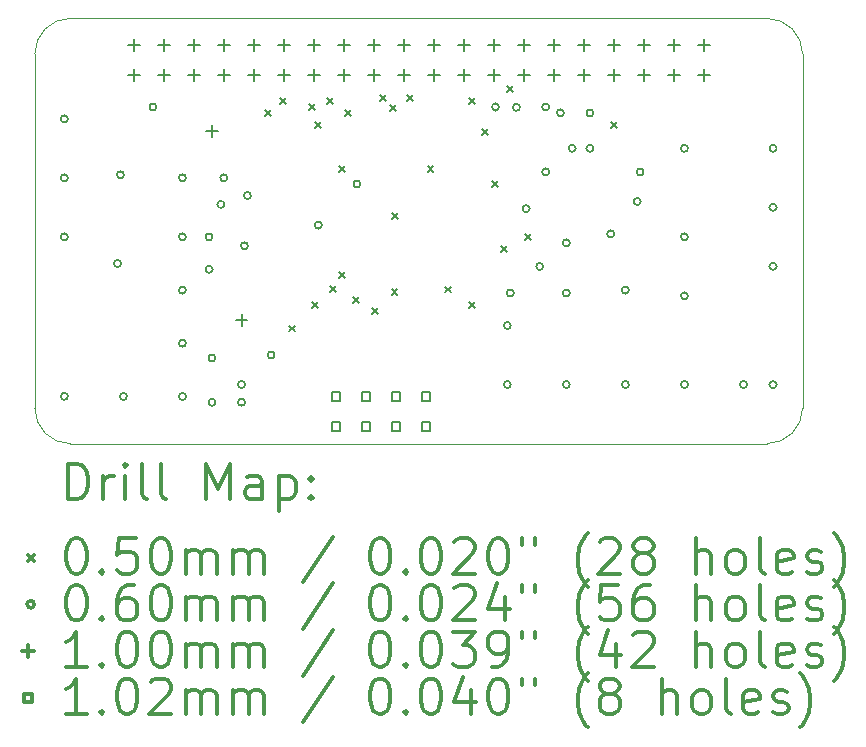
<source format=gbr>
%FSLAX45Y45*%
G04 Gerber Fmt 4.5, Leading zero omitted, Abs format (unit mm)*
G04 Created by KiCad (PCBNEW (5.1.5-0)) date 2020-04-28 13:58:50*
%MOMM*%
%LPD*%
G04 APERTURE LIST*
%TA.AperFunction,Profile*%
%ADD10C,0.100000*%
%TD*%
%ADD11C,0.200000*%
%ADD12C,0.300000*%
G04 APERTURE END LIST*
D10*
X20300000Y-13000000D02*
G75*
G02X20000000Y-12700000I0J300000D01*
G01*
X26500000Y-12700000D02*
G75*
G02X26200000Y-13000000I-300000J0D01*
G01*
X20300000Y-13000000D02*
X26200000Y-13000000D01*
X26500000Y-9700000D02*
G75*
G03X26200000Y-9400000I-300000J0D01*
G01*
X20300000Y-9400000D02*
G75*
G03X20000000Y-9700000I0J-300000D01*
G01*
X26200000Y-9400000D02*
X20300000Y-9400000D01*
X26500000Y-12700000D02*
X26500000Y-9700000D01*
X20000000Y-9700000D02*
X20000000Y-12700000D01*
D11*
X21950000Y-10175000D02*
X22000000Y-10225000D01*
X22000000Y-10175000D02*
X21950000Y-10225000D01*
X22075002Y-10075000D02*
X22125002Y-10125000D01*
X22125002Y-10075000D02*
X22075002Y-10125000D01*
X22150000Y-12000000D02*
X22200000Y-12050000D01*
X22200000Y-12000000D02*
X22150000Y-12050000D01*
X22325000Y-10125002D02*
X22375000Y-10175002D01*
X22375000Y-10125002D02*
X22325000Y-10175002D01*
X22350000Y-11800000D02*
X22400000Y-11850000D01*
X22400000Y-11800000D02*
X22350000Y-11850000D01*
X22375000Y-10275000D02*
X22425000Y-10325000D01*
X22425000Y-10275000D02*
X22375000Y-10325000D01*
X22475000Y-10075000D02*
X22525000Y-10125000D01*
X22525000Y-10075000D02*
X22475000Y-10125000D01*
X22500000Y-11665000D02*
X22550000Y-11715000D01*
X22550000Y-11665000D02*
X22500000Y-11715000D01*
X22575000Y-10650000D02*
X22625000Y-10700000D01*
X22625000Y-10650000D02*
X22575000Y-10700000D01*
X22575000Y-11550000D02*
X22625000Y-11600000D01*
X22625000Y-11550000D02*
X22575000Y-11600000D01*
X22624999Y-10175001D02*
X22674999Y-10225001D01*
X22674999Y-10175001D02*
X22624999Y-10225001D01*
X22696664Y-11756664D02*
X22746664Y-11806664D01*
X22746664Y-11756664D02*
X22696664Y-11806664D01*
X22855000Y-11855000D02*
X22905000Y-11905000D01*
X22905000Y-11855000D02*
X22855000Y-11905000D01*
X22925000Y-10050000D02*
X22975000Y-10100000D01*
X22975000Y-10050000D02*
X22925000Y-10100000D01*
X23006317Y-10131317D02*
X23056317Y-10181317D01*
X23056317Y-10131317D02*
X23006317Y-10181317D01*
X23020000Y-11690000D02*
X23070000Y-11740000D01*
X23070000Y-11690000D02*
X23020000Y-11740000D01*
X23025000Y-11050000D02*
X23075000Y-11100000D01*
X23075000Y-11050000D02*
X23025000Y-11100000D01*
X23150000Y-10050000D02*
X23200000Y-10100000D01*
X23200000Y-10050000D02*
X23150000Y-10100000D01*
X23325000Y-10650000D02*
X23375000Y-10700000D01*
X23375000Y-10650000D02*
X23325000Y-10700000D01*
X23475000Y-11670000D02*
X23525000Y-11720000D01*
X23525000Y-11670000D02*
X23475000Y-11720000D01*
X23675000Y-11800000D02*
X23725000Y-11850000D01*
X23725000Y-11800000D02*
X23675000Y-11850000D01*
X23675879Y-10075879D02*
X23725879Y-10125879D01*
X23725879Y-10075879D02*
X23675879Y-10125879D01*
X23785000Y-10335000D02*
X23835000Y-10385000D01*
X23835000Y-10335000D02*
X23785000Y-10385000D01*
X23870000Y-10780000D02*
X23920000Y-10830000D01*
X23920000Y-10780000D02*
X23870000Y-10830000D01*
X23950000Y-11325000D02*
X24000000Y-11375000D01*
X24000000Y-11325000D02*
X23950000Y-11375000D01*
X23995000Y-9970000D02*
X24045000Y-10020000D01*
X24045000Y-9970000D02*
X23995000Y-10020000D01*
X24150000Y-11225000D02*
X24200000Y-11275000D01*
X24200000Y-11225000D02*
X24150000Y-11275000D01*
X24875000Y-10275000D02*
X24925000Y-10325000D01*
X24925000Y-10275000D02*
X24875000Y-10325000D01*
X20280000Y-10250000D02*
G75*
G03X20280000Y-10250000I-30000J0D01*
G01*
X20280000Y-10750000D02*
G75*
G03X20280000Y-10750000I-30000J0D01*
G01*
X20280000Y-11250000D02*
G75*
G03X20280000Y-11250000I-30000J0D01*
G01*
X20280000Y-12600000D02*
G75*
G03X20280000Y-12600000I-30000J0D01*
G01*
X20730000Y-11475000D02*
G75*
G03X20730000Y-11475000I-30000J0D01*
G01*
X20755000Y-10725000D02*
G75*
G03X20755000Y-10725000I-30000J0D01*
G01*
X20780000Y-12600000D02*
G75*
G03X20780000Y-12600000I-30000J0D01*
G01*
X21030000Y-10150000D02*
G75*
G03X21030000Y-10150000I-30000J0D01*
G01*
X21280000Y-10750000D02*
G75*
G03X21280000Y-10750000I-30000J0D01*
G01*
X21280000Y-11250000D02*
G75*
G03X21280000Y-11250000I-30000J0D01*
G01*
X21280000Y-11700000D02*
G75*
G03X21280000Y-11700000I-30000J0D01*
G01*
X21280000Y-12150000D02*
G75*
G03X21280000Y-12150000I-30000J0D01*
G01*
X21280000Y-12600000D02*
G75*
G03X21280000Y-12600000I-30000J0D01*
G01*
X21505000Y-11250000D02*
G75*
G03X21505000Y-11250000I-30000J0D01*
G01*
X21505000Y-11525000D02*
G75*
G03X21505000Y-11525000I-30000J0D01*
G01*
X21530000Y-12275000D02*
G75*
G03X21530000Y-12275000I-30000J0D01*
G01*
X21530000Y-12650000D02*
G75*
G03X21530000Y-12650000I-30000J0D01*
G01*
X21605000Y-10975000D02*
G75*
G03X21605000Y-10975000I-30000J0D01*
G01*
X21630000Y-10750000D02*
G75*
G03X21630000Y-10750000I-30000J0D01*
G01*
X21780000Y-12500000D02*
G75*
G03X21780000Y-12500000I-30000J0D01*
G01*
X21780000Y-12650000D02*
G75*
G03X21780000Y-12650000I-30000J0D01*
G01*
X21805000Y-11325000D02*
G75*
G03X21805000Y-11325000I-30000J0D01*
G01*
X21830000Y-10900000D02*
G75*
G03X21830000Y-10900000I-30000J0D01*
G01*
X22030000Y-12250000D02*
G75*
G03X22030000Y-12250000I-30000J0D01*
G01*
X22430000Y-11150000D02*
G75*
G03X22430000Y-11150000I-30000J0D01*
G01*
X22757500Y-10802500D02*
G75*
G03X22757500Y-10802500I-30000J0D01*
G01*
X23930000Y-10150000D02*
G75*
G03X23930000Y-10150000I-30000J0D01*
G01*
X24030000Y-12000000D02*
G75*
G03X24030000Y-12000000I-30000J0D01*
G01*
X24030000Y-12500000D02*
G75*
G03X24030000Y-12500000I-30000J0D01*
G01*
X24055000Y-11725000D02*
G75*
G03X24055000Y-11725000I-30000J0D01*
G01*
X24107782Y-10152782D02*
G75*
G03X24107782Y-10152782I-30000J0D01*
G01*
X24190000Y-11010000D02*
G75*
G03X24190000Y-11010000I-30000J0D01*
G01*
X24305000Y-11500000D02*
G75*
G03X24305000Y-11500000I-30000J0D01*
G01*
X24355000Y-10150000D02*
G75*
G03X24355000Y-10150000I-30000J0D01*
G01*
X24355000Y-10700000D02*
G75*
G03X24355000Y-10700000I-30000J0D01*
G01*
X24480000Y-10200000D02*
G75*
G03X24480000Y-10200000I-30000J0D01*
G01*
X24530000Y-11300000D02*
G75*
G03X24530000Y-11300000I-30000J0D01*
G01*
X24530000Y-11725000D02*
G75*
G03X24530000Y-11725000I-30000J0D01*
G01*
X24530000Y-12500000D02*
G75*
G03X24530000Y-12500000I-30000J0D01*
G01*
X24580000Y-10500000D02*
G75*
G03X24580000Y-10500000I-30000J0D01*
G01*
X24730000Y-10200000D02*
G75*
G03X24730000Y-10200000I-30000J0D01*
G01*
X24730000Y-10500000D02*
G75*
G03X24730000Y-10500000I-30000J0D01*
G01*
X24905000Y-11225000D02*
G75*
G03X24905000Y-11225000I-30000J0D01*
G01*
X25030000Y-11700000D02*
G75*
G03X25030000Y-11700000I-30000J0D01*
G01*
X25030000Y-12500000D02*
G75*
G03X25030000Y-12500000I-30000J0D01*
G01*
X25130000Y-10950000D02*
G75*
G03X25130000Y-10950000I-30000J0D01*
G01*
X25155000Y-10700000D02*
G75*
G03X25155000Y-10700000I-30000J0D01*
G01*
X25530000Y-10500000D02*
G75*
G03X25530000Y-10500000I-30000J0D01*
G01*
X25530000Y-11250000D02*
G75*
G03X25530000Y-11250000I-30000J0D01*
G01*
X25530000Y-11750000D02*
G75*
G03X25530000Y-11750000I-30000J0D01*
G01*
X25530000Y-12500000D02*
G75*
G03X25530000Y-12500000I-30000J0D01*
G01*
X26030000Y-12500000D02*
G75*
G03X26030000Y-12500000I-30000J0D01*
G01*
X26280000Y-10500000D02*
G75*
G03X26280000Y-10500000I-30000J0D01*
G01*
X26280000Y-11000000D02*
G75*
G03X26280000Y-11000000I-30000J0D01*
G01*
X26280000Y-11500000D02*
G75*
G03X26280000Y-11500000I-30000J0D01*
G01*
X26280000Y-12500000D02*
G75*
G03X26280000Y-12500000I-30000J0D01*
G01*
X21500000Y-10300000D02*
X21500000Y-10400000D01*
X21450000Y-10350000D02*
X21550000Y-10350000D01*
X20837000Y-9573000D02*
X20837000Y-9673000D01*
X20787000Y-9623000D02*
X20887000Y-9623000D01*
X20837000Y-9827000D02*
X20837000Y-9927000D01*
X20787000Y-9877000D02*
X20887000Y-9877000D01*
X21091000Y-9573000D02*
X21091000Y-9673000D01*
X21041000Y-9623000D02*
X21141000Y-9623000D01*
X21091000Y-9827000D02*
X21091000Y-9927000D01*
X21041000Y-9877000D02*
X21141000Y-9877000D01*
X21345000Y-9573000D02*
X21345000Y-9673000D01*
X21295000Y-9623000D02*
X21395000Y-9623000D01*
X21345000Y-9827000D02*
X21345000Y-9927000D01*
X21295000Y-9877000D02*
X21395000Y-9877000D01*
X21599000Y-9573000D02*
X21599000Y-9673000D01*
X21549000Y-9623000D02*
X21649000Y-9623000D01*
X21599000Y-9827000D02*
X21599000Y-9927000D01*
X21549000Y-9877000D02*
X21649000Y-9877000D01*
X21853000Y-9573000D02*
X21853000Y-9673000D01*
X21803000Y-9623000D02*
X21903000Y-9623000D01*
X21853000Y-9827000D02*
X21853000Y-9927000D01*
X21803000Y-9877000D02*
X21903000Y-9877000D01*
X22107000Y-9573000D02*
X22107000Y-9673000D01*
X22057000Y-9623000D02*
X22157000Y-9623000D01*
X22107000Y-9827000D02*
X22107000Y-9927000D01*
X22057000Y-9877000D02*
X22157000Y-9877000D01*
X22361000Y-9573000D02*
X22361000Y-9673000D01*
X22311000Y-9623000D02*
X22411000Y-9623000D01*
X22361000Y-9827000D02*
X22361000Y-9927000D01*
X22311000Y-9877000D02*
X22411000Y-9877000D01*
X22615000Y-9573000D02*
X22615000Y-9673000D01*
X22565000Y-9623000D02*
X22665000Y-9623000D01*
X22615000Y-9827000D02*
X22615000Y-9927000D01*
X22565000Y-9877000D02*
X22665000Y-9877000D01*
X22869000Y-9573000D02*
X22869000Y-9673000D01*
X22819000Y-9623000D02*
X22919000Y-9623000D01*
X22869000Y-9827000D02*
X22869000Y-9927000D01*
X22819000Y-9877000D02*
X22919000Y-9877000D01*
X23123000Y-9573000D02*
X23123000Y-9673000D01*
X23073000Y-9623000D02*
X23173000Y-9623000D01*
X23123000Y-9827000D02*
X23123000Y-9927000D01*
X23073000Y-9877000D02*
X23173000Y-9877000D01*
X23377000Y-9573000D02*
X23377000Y-9673000D01*
X23327000Y-9623000D02*
X23427000Y-9623000D01*
X23377000Y-9827000D02*
X23377000Y-9927000D01*
X23327000Y-9877000D02*
X23427000Y-9877000D01*
X23631000Y-9573000D02*
X23631000Y-9673000D01*
X23581000Y-9623000D02*
X23681000Y-9623000D01*
X23631000Y-9827000D02*
X23631000Y-9927000D01*
X23581000Y-9877000D02*
X23681000Y-9877000D01*
X23885000Y-9573000D02*
X23885000Y-9673000D01*
X23835000Y-9623000D02*
X23935000Y-9623000D01*
X23885000Y-9827000D02*
X23885000Y-9927000D01*
X23835000Y-9877000D02*
X23935000Y-9877000D01*
X24139000Y-9573000D02*
X24139000Y-9673000D01*
X24089000Y-9623000D02*
X24189000Y-9623000D01*
X24139000Y-9827000D02*
X24139000Y-9927000D01*
X24089000Y-9877000D02*
X24189000Y-9877000D01*
X24393000Y-9573000D02*
X24393000Y-9673000D01*
X24343000Y-9623000D02*
X24443000Y-9623000D01*
X24393000Y-9827000D02*
X24393000Y-9927000D01*
X24343000Y-9877000D02*
X24443000Y-9877000D01*
X24647000Y-9573000D02*
X24647000Y-9673000D01*
X24597000Y-9623000D02*
X24697000Y-9623000D01*
X24647000Y-9827000D02*
X24647000Y-9927000D01*
X24597000Y-9877000D02*
X24697000Y-9877000D01*
X24901000Y-9573000D02*
X24901000Y-9673000D01*
X24851000Y-9623000D02*
X24951000Y-9623000D01*
X24901000Y-9827000D02*
X24901000Y-9927000D01*
X24851000Y-9877000D02*
X24951000Y-9877000D01*
X25155000Y-9573000D02*
X25155000Y-9673000D01*
X25105000Y-9623000D02*
X25205000Y-9623000D01*
X25155000Y-9827000D02*
X25155000Y-9927000D01*
X25105000Y-9877000D02*
X25205000Y-9877000D01*
X25409000Y-9573000D02*
X25409000Y-9673000D01*
X25359000Y-9623000D02*
X25459000Y-9623000D01*
X25409000Y-9827000D02*
X25409000Y-9927000D01*
X25359000Y-9877000D02*
X25459000Y-9877000D01*
X25663000Y-9573000D02*
X25663000Y-9673000D01*
X25613000Y-9623000D02*
X25713000Y-9623000D01*
X25663000Y-9827000D02*
X25663000Y-9927000D01*
X25613000Y-9877000D02*
X25713000Y-9877000D01*
X21750000Y-11900000D02*
X21750000Y-12000000D01*
X21700000Y-11950000D02*
X21800000Y-11950000D01*
X22583921Y-12635921D02*
X22583921Y-12564079D01*
X22512079Y-12564079D01*
X22512079Y-12635921D01*
X22583921Y-12635921D01*
X22583921Y-12889921D02*
X22583921Y-12818079D01*
X22512079Y-12818079D01*
X22512079Y-12889921D01*
X22583921Y-12889921D01*
X22837921Y-12635921D02*
X22837921Y-12564079D01*
X22766079Y-12564079D01*
X22766079Y-12635921D01*
X22837921Y-12635921D01*
X22837921Y-12889921D02*
X22837921Y-12818079D01*
X22766079Y-12818079D01*
X22766079Y-12889921D01*
X22837921Y-12889921D01*
X23091921Y-12635921D02*
X23091921Y-12564079D01*
X23020079Y-12564079D01*
X23020079Y-12635921D01*
X23091921Y-12635921D01*
X23091921Y-12889921D02*
X23091921Y-12818079D01*
X23020079Y-12818079D01*
X23020079Y-12889921D01*
X23091921Y-12889921D01*
X23345921Y-12635921D02*
X23345921Y-12564079D01*
X23274079Y-12564079D01*
X23274079Y-12635921D01*
X23345921Y-12635921D01*
X23345921Y-12889921D02*
X23345921Y-12818079D01*
X23274079Y-12818079D01*
X23274079Y-12889921D01*
X23345921Y-12889921D01*
D12*
X20281428Y-13470714D02*
X20281428Y-13170714D01*
X20352857Y-13170714D01*
X20395714Y-13185000D01*
X20424286Y-13213571D01*
X20438571Y-13242143D01*
X20452857Y-13299286D01*
X20452857Y-13342143D01*
X20438571Y-13399286D01*
X20424286Y-13427857D01*
X20395714Y-13456429D01*
X20352857Y-13470714D01*
X20281428Y-13470714D01*
X20581428Y-13470714D02*
X20581428Y-13270714D01*
X20581428Y-13327857D02*
X20595714Y-13299286D01*
X20610000Y-13285000D01*
X20638571Y-13270714D01*
X20667143Y-13270714D01*
X20767143Y-13470714D02*
X20767143Y-13270714D01*
X20767143Y-13170714D02*
X20752857Y-13185000D01*
X20767143Y-13199286D01*
X20781428Y-13185000D01*
X20767143Y-13170714D01*
X20767143Y-13199286D01*
X20952857Y-13470714D02*
X20924286Y-13456429D01*
X20910000Y-13427857D01*
X20910000Y-13170714D01*
X21110000Y-13470714D02*
X21081428Y-13456429D01*
X21067143Y-13427857D01*
X21067143Y-13170714D01*
X21452857Y-13470714D02*
X21452857Y-13170714D01*
X21552857Y-13385000D01*
X21652857Y-13170714D01*
X21652857Y-13470714D01*
X21924286Y-13470714D02*
X21924286Y-13313571D01*
X21910000Y-13285000D01*
X21881428Y-13270714D01*
X21824286Y-13270714D01*
X21795714Y-13285000D01*
X21924286Y-13456429D02*
X21895714Y-13470714D01*
X21824286Y-13470714D01*
X21795714Y-13456429D01*
X21781428Y-13427857D01*
X21781428Y-13399286D01*
X21795714Y-13370714D01*
X21824286Y-13356429D01*
X21895714Y-13356429D01*
X21924286Y-13342143D01*
X22067143Y-13270714D02*
X22067143Y-13570714D01*
X22067143Y-13285000D02*
X22095714Y-13270714D01*
X22152857Y-13270714D01*
X22181428Y-13285000D01*
X22195714Y-13299286D01*
X22210000Y-13327857D01*
X22210000Y-13413571D01*
X22195714Y-13442143D01*
X22181428Y-13456429D01*
X22152857Y-13470714D01*
X22095714Y-13470714D01*
X22067143Y-13456429D01*
X22338571Y-13442143D02*
X22352857Y-13456429D01*
X22338571Y-13470714D01*
X22324286Y-13456429D01*
X22338571Y-13442143D01*
X22338571Y-13470714D01*
X22338571Y-13285000D02*
X22352857Y-13299286D01*
X22338571Y-13313571D01*
X22324286Y-13299286D01*
X22338571Y-13285000D01*
X22338571Y-13313571D01*
X19945000Y-13940000D02*
X19995000Y-13990000D01*
X19995000Y-13940000D02*
X19945000Y-13990000D01*
X20338571Y-13800714D02*
X20367143Y-13800714D01*
X20395714Y-13815000D01*
X20410000Y-13829286D01*
X20424286Y-13857857D01*
X20438571Y-13915000D01*
X20438571Y-13986429D01*
X20424286Y-14043571D01*
X20410000Y-14072143D01*
X20395714Y-14086429D01*
X20367143Y-14100714D01*
X20338571Y-14100714D01*
X20310000Y-14086429D01*
X20295714Y-14072143D01*
X20281428Y-14043571D01*
X20267143Y-13986429D01*
X20267143Y-13915000D01*
X20281428Y-13857857D01*
X20295714Y-13829286D01*
X20310000Y-13815000D01*
X20338571Y-13800714D01*
X20567143Y-14072143D02*
X20581428Y-14086429D01*
X20567143Y-14100714D01*
X20552857Y-14086429D01*
X20567143Y-14072143D01*
X20567143Y-14100714D01*
X20852857Y-13800714D02*
X20710000Y-13800714D01*
X20695714Y-13943571D01*
X20710000Y-13929286D01*
X20738571Y-13915000D01*
X20810000Y-13915000D01*
X20838571Y-13929286D01*
X20852857Y-13943571D01*
X20867143Y-13972143D01*
X20867143Y-14043571D01*
X20852857Y-14072143D01*
X20838571Y-14086429D01*
X20810000Y-14100714D01*
X20738571Y-14100714D01*
X20710000Y-14086429D01*
X20695714Y-14072143D01*
X21052857Y-13800714D02*
X21081428Y-13800714D01*
X21110000Y-13815000D01*
X21124286Y-13829286D01*
X21138571Y-13857857D01*
X21152857Y-13915000D01*
X21152857Y-13986429D01*
X21138571Y-14043571D01*
X21124286Y-14072143D01*
X21110000Y-14086429D01*
X21081428Y-14100714D01*
X21052857Y-14100714D01*
X21024286Y-14086429D01*
X21010000Y-14072143D01*
X20995714Y-14043571D01*
X20981428Y-13986429D01*
X20981428Y-13915000D01*
X20995714Y-13857857D01*
X21010000Y-13829286D01*
X21024286Y-13815000D01*
X21052857Y-13800714D01*
X21281428Y-14100714D02*
X21281428Y-13900714D01*
X21281428Y-13929286D02*
X21295714Y-13915000D01*
X21324286Y-13900714D01*
X21367143Y-13900714D01*
X21395714Y-13915000D01*
X21410000Y-13943571D01*
X21410000Y-14100714D01*
X21410000Y-13943571D02*
X21424286Y-13915000D01*
X21452857Y-13900714D01*
X21495714Y-13900714D01*
X21524286Y-13915000D01*
X21538571Y-13943571D01*
X21538571Y-14100714D01*
X21681428Y-14100714D02*
X21681428Y-13900714D01*
X21681428Y-13929286D02*
X21695714Y-13915000D01*
X21724286Y-13900714D01*
X21767143Y-13900714D01*
X21795714Y-13915000D01*
X21810000Y-13943571D01*
X21810000Y-14100714D01*
X21810000Y-13943571D02*
X21824286Y-13915000D01*
X21852857Y-13900714D01*
X21895714Y-13900714D01*
X21924286Y-13915000D01*
X21938571Y-13943571D01*
X21938571Y-14100714D01*
X22524286Y-13786429D02*
X22267143Y-14172143D01*
X22910000Y-13800714D02*
X22938571Y-13800714D01*
X22967143Y-13815000D01*
X22981428Y-13829286D01*
X22995714Y-13857857D01*
X23010000Y-13915000D01*
X23010000Y-13986429D01*
X22995714Y-14043571D01*
X22981428Y-14072143D01*
X22967143Y-14086429D01*
X22938571Y-14100714D01*
X22910000Y-14100714D01*
X22881428Y-14086429D01*
X22867143Y-14072143D01*
X22852857Y-14043571D01*
X22838571Y-13986429D01*
X22838571Y-13915000D01*
X22852857Y-13857857D01*
X22867143Y-13829286D01*
X22881428Y-13815000D01*
X22910000Y-13800714D01*
X23138571Y-14072143D02*
X23152857Y-14086429D01*
X23138571Y-14100714D01*
X23124286Y-14086429D01*
X23138571Y-14072143D01*
X23138571Y-14100714D01*
X23338571Y-13800714D02*
X23367143Y-13800714D01*
X23395714Y-13815000D01*
X23410000Y-13829286D01*
X23424286Y-13857857D01*
X23438571Y-13915000D01*
X23438571Y-13986429D01*
X23424286Y-14043571D01*
X23410000Y-14072143D01*
X23395714Y-14086429D01*
X23367143Y-14100714D01*
X23338571Y-14100714D01*
X23310000Y-14086429D01*
X23295714Y-14072143D01*
X23281428Y-14043571D01*
X23267143Y-13986429D01*
X23267143Y-13915000D01*
X23281428Y-13857857D01*
X23295714Y-13829286D01*
X23310000Y-13815000D01*
X23338571Y-13800714D01*
X23552857Y-13829286D02*
X23567143Y-13815000D01*
X23595714Y-13800714D01*
X23667143Y-13800714D01*
X23695714Y-13815000D01*
X23710000Y-13829286D01*
X23724286Y-13857857D01*
X23724286Y-13886429D01*
X23710000Y-13929286D01*
X23538571Y-14100714D01*
X23724286Y-14100714D01*
X23910000Y-13800714D02*
X23938571Y-13800714D01*
X23967143Y-13815000D01*
X23981428Y-13829286D01*
X23995714Y-13857857D01*
X24010000Y-13915000D01*
X24010000Y-13986429D01*
X23995714Y-14043571D01*
X23981428Y-14072143D01*
X23967143Y-14086429D01*
X23938571Y-14100714D01*
X23910000Y-14100714D01*
X23881428Y-14086429D01*
X23867143Y-14072143D01*
X23852857Y-14043571D01*
X23838571Y-13986429D01*
X23838571Y-13915000D01*
X23852857Y-13857857D01*
X23867143Y-13829286D01*
X23881428Y-13815000D01*
X23910000Y-13800714D01*
X24124286Y-13800714D02*
X24124286Y-13857857D01*
X24238571Y-13800714D02*
X24238571Y-13857857D01*
X24681428Y-14215000D02*
X24667143Y-14200714D01*
X24638571Y-14157857D01*
X24624286Y-14129286D01*
X24610000Y-14086429D01*
X24595714Y-14015000D01*
X24595714Y-13957857D01*
X24610000Y-13886429D01*
X24624286Y-13843571D01*
X24638571Y-13815000D01*
X24667143Y-13772143D01*
X24681428Y-13757857D01*
X24781428Y-13829286D02*
X24795714Y-13815000D01*
X24824286Y-13800714D01*
X24895714Y-13800714D01*
X24924286Y-13815000D01*
X24938571Y-13829286D01*
X24952857Y-13857857D01*
X24952857Y-13886429D01*
X24938571Y-13929286D01*
X24767143Y-14100714D01*
X24952857Y-14100714D01*
X25124286Y-13929286D02*
X25095714Y-13915000D01*
X25081428Y-13900714D01*
X25067143Y-13872143D01*
X25067143Y-13857857D01*
X25081428Y-13829286D01*
X25095714Y-13815000D01*
X25124286Y-13800714D01*
X25181428Y-13800714D01*
X25210000Y-13815000D01*
X25224286Y-13829286D01*
X25238571Y-13857857D01*
X25238571Y-13872143D01*
X25224286Y-13900714D01*
X25210000Y-13915000D01*
X25181428Y-13929286D01*
X25124286Y-13929286D01*
X25095714Y-13943571D01*
X25081428Y-13957857D01*
X25067143Y-13986429D01*
X25067143Y-14043571D01*
X25081428Y-14072143D01*
X25095714Y-14086429D01*
X25124286Y-14100714D01*
X25181428Y-14100714D01*
X25210000Y-14086429D01*
X25224286Y-14072143D01*
X25238571Y-14043571D01*
X25238571Y-13986429D01*
X25224286Y-13957857D01*
X25210000Y-13943571D01*
X25181428Y-13929286D01*
X25595714Y-14100714D02*
X25595714Y-13800714D01*
X25724286Y-14100714D02*
X25724286Y-13943571D01*
X25710000Y-13915000D01*
X25681428Y-13900714D01*
X25638571Y-13900714D01*
X25610000Y-13915000D01*
X25595714Y-13929286D01*
X25910000Y-14100714D02*
X25881428Y-14086429D01*
X25867143Y-14072143D01*
X25852857Y-14043571D01*
X25852857Y-13957857D01*
X25867143Y-13929286D01*
X25881428Y-13915000D01*
X25910000Y-13900714D01*
X25952857Y-13900714D01*
X25981428Y-13915000D01*
X25995714Y-13929286D01*
X26010000Y-13957857D01*
X26010000Y-14043571D01*
X25995714Y-14072143D01*
X25981428Y-14086429D01*
X25952857Y-14100714D01*
X25910000Y-14100714D01*
X26181428Y-14100714D02*
X26152857Y-14086429D01*
X26138571Y-14057857D01*
X26138571Y-13800714D01*
X26410000Y-14086429D02*
X26381428Y-14100714D01*
X26324286Y-14100714D01*
X26295714Y-14086429D01*
X26281428Y-14057857D01*
X26281428Y-13943571D01*
X26295714Y-13915000D01*
X26324286Y-13900714D01*
X26381428Y-13900714D01*
X26410000Y-13915000D01*
X26424286Y-13943571D01*
X26424286Y-13972143D01*
X26281428Y-14000714D01*
X26538571Y-14086429D02*
X26567143Y-14100714D01*
X26624286Y-14100714D01*
X26652857Y-14086429D01*
X26667143Y-14057857D01*
X26667143Y-14043571D01*
X26652857Y-14015000D01*
X26624286Y-14000714D01*
X26581428Y-14000714D01*
X26552857Y-13986429D01*
X26538571Y-13957857D01*
X26538571Y-13943571D01*
X26552857Y-13915000D01*
X26581428Y-13900714D01*
X26624286Y-13900714D01*
X26652857Y-13915000D01*
X26767143Y-14215000D02*
X26781428Y-14200714D01*
X26810000Y-14157857D01*
X26824286Y-14129286D01*
X26838571Y-14086429D01*
X26852857Y-14015000D01*
X26852857Y-13957857D01*
X26838571Y-13886429D01*
X26824286Y-13843571D01*
X26810000Y-13815000D01*
X26781428Y-13772143D01*
X26767143Y-13757857D01*
X19995000Y-14361000D02*
G75*
G03X19995000Y-14361000I-30000J0D01*
G01*
X20338571Y-14196714D02*
X20367143Y-14196714D01*
X20395714Y-14211000D01*
X20410000Y-14225286D01*
X20424286Y-14253857D01*
X20438571Y-14311000D01*
X20438571Y-14382429D01*
X20424286Y-14439571D01*
X20410000Y-14468143D01*
X20395714Y-14482429D01*
X20367143Y-14496714D01*
X20338571Y-14496714D01*
X20310000Y-14482429D01*
X20295714Y-14468143D01*
X20281428Y-14439571D01*
X20267143Y-14382429D01*
X20267143Y-14311000D01*
X20281428Y-14253857D01*
X20295714Y-14225286D01*
X20310000Y-14211000D01*
X20338571Y-14196714D01*
X20567143Y-14468143D02*
X20581428Y-14482429D01*
X20567143Y-14496714D01*
X20552857Y-14482429D01*
X20567143Y-14468143D01*
X20567143Y-14496714D01*
X20838571Y-14196714D02*
X20781428Y-14196714D01*
X20752857Y-14211000D01*
X20738571Y-14225286D01*
X20710000Y-14268143D01*
X20695714Y-14325286D01*
X20695714Y-14439571D01*
X20710000Y-14468143D01*
X20724286Y-14482429D01*
X20752857Y-14496714D01*
X20810000Y-14496714D01*
X20838571Y-14482429D01*
X20852857Y-14468143D01*
X20867143Y-14439571D01*
X20867143Y-14368143D01*
X20852857Y-14339571D01*
X20838571Y-14325286D01*
X20810000Y-14311000D01*
X20752857Y-14311000D01*
X20724286Y-14325286D01*
X20710000Y-14339571D01*
X20695714Y-14368143D01*
X21052857Y-14196714D02*
X21081428Y-14196714D01*
X21110000Y-14211000D01*
X21124286Y-14225286D01*
X21138571Y-14253857D01*
X21152857Y-14311000D01*
X21152857Y-14382429D01*
X21138571Y-14439571D01*
X21124286Y-14468143D01*
X21110000Y-14482429D01*
X21081428Y-14496714D01*
X21052857Y-14496714D01*
X21024286Y-14482429D01*
X21010000Y-14468143D01*
X20995714Y-14439571D01*
X20981428Y-14382429D01*
X20981428Y-14311000D01*
X20995714Y-14253857D01*
X21010000Y-14225286D01*
X21024286Y-14211000D01*
X21052857Y-14196714D01*
X21281428Y-14496714D02*
X21281428Y-14296714D01*
X21281428Y-14325286D02*
X21295714Y-14311000D01*
X21324286Y-14296714D01*
X21367143Y-14296714D01*
X21395714Y-14311000D01*
X21410000Y-14339571D01*
X21410000Y-14496714D01*
X21410000Y-14339571D02*
X21424286Y-14311000D01*
X21452857Y-14296714D01*
X21495714Y-14296714D01*
X21524286Y-14311000D01*
X21538571Y-14339571D01*
X21538571Y-14496714D01*
X21681428Y-14496714D02*
X21681428Y-14296714D01*
X21681428Y-14325286D02*
X21695714Y-14311000D01*
X21724286Y-14296714D01*
X21767143Y-14296714D01*
X21795714Y-14311000D01*
X21810000Y-14339571D01*
X21810000Y-14496714D01*
X21810000Y-14339571D02*
X21824286Y-14311000D01*
X21852857Y-14296714D01*
X21895714Y-14296714D01*
X21924286Y-14311000D01*
X21938571Y-14339571D01*
X21938571Y-14496714D01*
X22524286Y-14182429D02*
X22267143Y-14568143D01*
X22910000Y-14196714D02*
X22938571Y-14196714D01*
X22967143Y-14211000D01*
X22981428Y-14225286D01*
X22995714Y-14253857D01*
X23010000Y-14311000D01*
X23010000Y-14382429D01*
X22995714Y-14439571D01*
X22981428Y-14468143D01*
X22967143Y-14482429D01*
X22938571Y-14496714D01*
X22910000Y-14496714D01*
X22881428Y-14482429D01*
X22867143Y-14468143D01*
X22852857Y-14439571D01*
X22838571Y-14382429D01*
X22838571Y-14311000D01*
X22852857Y-14253857D01*
X22867143Y-14225286D01*
X22881428Y-14211000D01*
X22910000Y-14196714D01*
X23138571Y-14468143D02*
X23152857Y-14482429D01*
X23138571Y-14496714D01*
X23124286Y-14482429D01*
X23138571Y-14468143D01*
X23138571Y-14496714D01*
X23338571Y-14196714D02*
X23367143Y-14196714D01*
X23395714Y-14211000D01*
X23410000Y-14225286D01*
X23424286Y-14253857D01*
X23438571Y-14311000D01*
X23438571Y-14382429D01*
X23424286Y-14439571D01*
X23410000Y-14468143D01*
X23395714Y-14482429D01*
X23367143Y-14496714D01*
X23338571Y-14496714D01*
X23310000Y-14482429D01*
X23295714Y-14468143D01*
X23281428Y-14439571D01*
X23267143Y-14382429D01*
X23267143Y-14311000D01*
X23281428Y-14253857D01*
X23295714Y-14225286D01*
X23310000Y-14211000D01*
X23338571Y-14196714D01*
X23552857Y-14225286D02*
X23567143Y-14211000D01*
X23595714Y-14196714D01*
X23667143Y-14196714D01*
X23695714Y-14211000D01*
X23710000Y-14225286D01*
X23724286Y-14253857D01*
X23724286Y-14282429D01*
X23710000Y-14325286D01*
X23538571Y-14496714D01*
X23724286Y-14496714D01*
X23981428Y-14296714D02*
X23981428Y-14496714D01*
X23910000Y-14182429D02*
X23838571Y-14396714D01*
X24024286Y-14396714D01*
X24124286Y-14196714D02*
X24124286Y-14253857D01*
X24238571Y-14196714D02*
X24238571Y-14253857D01*
X24681428Y-14611000D02*
X24667143Y-14596714D01*
X24638571Y-14553857D01*
X24624286Y-14525286D01*
X24610000Y-14482429D01*
X24595714Y-14411000D01*
X24595714Y-14353857D01*
X24610000Y-14282429D01*
X24624286Y-14239571D01*
X24638571Y-14211000D01*
X24667143Y-14168143D01*
X24681428Y-14153857D01*
X24938571Y-14196714D02*
X24795714Y-14196714D01*
X24781428Y-14339571D01*
X24795714Y-14325286D01*
X24824286Y-14311000D01*
X24895714Y-14311000D01*
X24924286Y-14325286D01*
X24938571Y-14339571D01*
X24952857Y-14368143D01*
X24952857Y-14439571D01*
X24938571Y-14468143D01*
X24924286Y-14482429D01*
X24895714Y-14496714D01*
X24824286Y-14496714D01*
X24795714Y-14482429D01*
X24781428Y-14468143D01*
X25210000Y-14196714D02*
X25152857Y-14196714D01*
X25124286Y-14211000D01*
X25110000Y-14225286D01*
X25081428Y-14268143D01*
X25067143Y-14325286D01*
X25067143Y-14439571D01*
X25081428Y-14468143D01*
X25095714Y-14482429D01*
X25124286Y-14496714D01*
X25181428Y-14496714D01*
X25210000Y-14482429D01*
X25224286Y-14468143D01*
X25238571Y-14439571D01*
X25238571Y-14368143D01*
X25224286Y-14339571D01*
X25210000Y-14325286D01*
X25181428Y-14311000D01*
X25124286Y-14311000D01*
X25095714Y-14325286D01*
X25081428Y-14339571D01*
X25067143Y-14368143D01*
X25595714Y-14496714D02*
X25595714Y-14196714D01*
X25724286Y-14496714D02*
X25724286Y-14339571D01*
X25710000Y-14311000D01*
X25681428Y-14296714D01*
X25638571Y-14296714D01*
X25610000Y-14311000D01*
X25595714Y-14325286D01*
X25910000Y-14496714D02*
X25881428Y-14482429D01*
X25867143Y-14468143D01*
X25852857Y-14439571D01*
X25852857Y-14353857D01*
X25867143Y-14325286D01*
X25881428Y-14311000D01*
X25910000Y-14296714D01*
X25952857Y-14296714D01*
X25981428Y-14311000D01*
X25995714Y-14325286D01*
X26010000Y-14353857D01*
X26010000Y-14439571D01*
X25995714Y-14468143D01*
X25981428Y-14482429D01*
X25952857Y-14496714D01*
X25910000Y-14496714D01*
X26181428Y-14496714D02*
X26152857Y-14482429D01*
X26138571Y-14453857D01*
X26138571Y-14196714D01*
X26410000Y-14482429D02*
X26381428Y-14496714D01*
X26324286Y-14496714D01*
X26295714Y-14482429D01*
X26281428Y-14453857D01*
X26281428Y-14339571D01*
X26295714Y-14311000D01*
X26324286Y-14296714D01*
X26381428Y-14296714D01*
X26410000Y-14311000D01*
X26424286Y-14339571D01*
X26424286Y-14368143D01*
X26281428Y-14396714D01*
X26538571Y-14482429D02*
X26567143Y-14496714D01*
X26624286Y-14496714D01*
X26652857Y-14482429D01*
X26667143Y-14453857D01*
X26667143Y-14439571D01*
X26652857Y-14411000D01*
X26624286Y-14396714D01*
X26581428Y-14396714D01*
X26552857Y-14382429D01*
X26538571Y-14353857D01*
X26538571Y-14339571D01*
X26552857Y-14311000D01*
X26581428Y-14296714D01*
X26624286Y-14296714D01*
X26652857Y-14311000D01*
X26767143Y-14611000D02*
X26781428Y-14596714D01*
X26810000Y-14553857D01*
X26824286Y-14525286D01*
X26838571Y-14482429D01*
X26852857Y-14411000D01*
X26852857Y-14353857D01*
X26838571Y-14282429D01*
X26824286Y-14239571D01*
X26810000Y-14211000D01*
X26781428Y-14168143D01*
X26767143Y-14153857D01*
X19945000Y-14707000D02*
X19945000Y-14807000D01*
X19895000Y-14757000D02*
X19995000Y-14757000D01*
X20438571Y-14892714D02*
X20267143Y-14892714D01*
X20352857Y-14892714D02*
X20352857Y-14592714D01*
X20324286Y-14635571D01*
X20295714Y-14664143D01*
X20267143Y-14678429D01*
X20567143Y-14864143D02*
X20581428Y-14878429D01*
X20567143Y-14892714D01*
X20552857Y-14878429D01*
X20567143Y-14864143D01*
X20567143Y-14892714D01*
X20767143Y-14592714D02*
X20795714Y-14592714D01*
X20824286Y-14607000D01*
X20838571Y-14621286D01*
X20852857Y-14649857D01*
X20867143Y-14707000D01*
X20867143Y-14778429D01*
X20852857Y-14835571D01*
X20838571Y-14864143D01*
X20824286Y-14878429D01*
X20795714Y-14892714D01*
X20767143Y-14892714D01*
X20738571Y-14878429D01*
X20724286Y-14864143D01*
X20710000Y-14835571D01*
X20695714Y-14778429D01*
X20695714Y-14707000D01*
X20710000Y-14649857D01*
X20724286Y-14621286D01*
X20738571Y-14607000D01*
X20767143Y-14592714D01*
X21052857Y-14592714D02*
X21081428Y-14592714D01*
X21110000Y-14607000D01*
X21124286Y-14621286D01*
X21138571Y-14649857D01*
X21152857Y-14707000D01*
X21152857Y-14778429D01*
X21138571Y-14835571D01*
X21124286Y-14864143D01*
X21110000Y-14878429D01*
X21081428Y-14892714D01*
X21052857Y-14892714D01*
X21024286Y-14878429D01*
X21010000Y-14864143D01*
X20995714Y-14835571D01*
X20981428Y-14778429D01*
X20981428Y-14707000D01*
X20995714Y-14649857D01*
X21010000Y-14621286D01*
X21024286Y-14607000D01*
X21052857Y-14592714D01*
X21281428Y-14892714D02*
X21281428Y-14692714D01*
X21281428Y-14721286D02*
X21295714Y-14707000D01*
X21324286Y-14692714D01*
X21367143Y-14692714D01*
X21395714Y-14707000D01*
X21410000Y-14735571D01*
X21410000Y-14892714D01*
X21410000Y-14735571D02*
X21424286Y-14707000D01*
X21452857Y-14692714D01*
X21495714Y-14692714D01*
X21524286Y-14707000D01*
X21538571Y-14735571D01*
X21538571Y-14892714D01*
X21681428Y-14892714D02*
X21681428Y-14692714D01*
X21681428Y-14721286D02*
X21695714Y-14707000D01*
X21724286Y-14692714D01*
X21767143Y-14692714D01*
X21795714Y-14707000D01*
X21810000Y-14735571D01*
X21810000Y-14892714D01*
X21810000Y-14735571D02*
X21824286Y-14707000D01*
X21852857Y-14692714D01*
X21895714Y-14692714D01*
X21924286Y-14707000D01*
X21938571Y-14735571D01*
X21938571Y-14892714D01*
X22524286Y-14578429D02*
X22267143Y-14964143D01*
X22910000Y-14592714D02*
X22938571Y-14592714D01*
X22967143Y-14607000D01*
X22981428Y-14621286D01*
X22995714Y-14649857D01*
X23010000Y-14707000D01*
X23010000Y-14778429D01*
X22995714Y-14835571D01*
X22981428Y-14864143D01*
X22967143Y-14878429D01*
X22938571Y-14892714D01*
X22910000Y-14892714D01*
X22881428Y-14878429D01*
X22867143Y-14864143D01*
X22852857Y-14835571D01*
X22838571Y-14778429D01*
X22838571Y-14707000D01*
X22852857Y-14649857D01*
X22867143Y-14621286D01*
X22881428Y-14607000D01*
X22910000Y-14592714D01*
X23138571Y-14864143D02*
X23152857Y-14878429D01*
X23138571Y-14892714D01*
X23124286Y-14878429D01*
X23138571Y-14864143D01*
X23138571Y-14892714D01*
X23338571Y-14592714D02*
X23367143Y-14592714D01*
X23395714Y-14607000D01*
X23410000Y-14621286D01*
X23424286Y-14649857D01*
X23438571Y-14707000D01*
X23438571Y-14778429D01*
X23424286Y-14835571D01*
X23410000Y-14864143D01*
X23395714Y-14878429D01*
X23367143Y-14892714D01*
X23338571Y-14892714D01*
X23310000Y-14878429D01*
X23295714Y-14864143D01*
X23281428Y-14835571D01*
X23267143Y-14778429D01*
X23267143Y-14707000D01*
X23281428Y-14649857D01*
X23295714Y-14621286D01*
X23310000Y-14607000D01*
X23338571Y-14592714D01*
X23538571Y-14592714D02*
X23724286Y-14592714D01*
X23624286Y-14707000D01*
X23667143Y-14707000D01*
X23695714Y-14721286D01*
X23710000Y-14735571D01*
X23724286Y-14764143D01*
X23724286Y-14835571D01*
X23710000Y-14864143D01*
X23695714Y-14878429D01*
X23667143Y-14892714D01*
X23581428Y-14892714D01*
X23552857Y-14878429D01*
X23538571Y-14864143D01*
X23867143Y-14892714D02*
X23924286Y-14892714D01*
X23952857Y-14878429D01*
X23967143Y-14864143D01*
X23995714Y-14821286D01*
X24010000Y-14764143D01*
X24010000Y-14649857D01*
X23995714Y-14621286D01*
X23981428Y-14607000D01*
X23952857Y-14592714D01*
X23895714Y-14592714D01*
X23867143Y-14607000D01*
X23852857Y-14621286D01*
X23838571Y-14649857D01*
X23838571Y-14721286D01*
X23852857Y-14749857D01*
X23867143Y-14764143D01*
X23895714Y-14778429D01*
X23952857Y-14778429D01*
X23981428Y-14764143D01*
X23995714Y-14749857D01*
X24010000Y-14721286D01*
X24124286Y-14592714D02*
X24124286Y-14649857D01*
X24238571Y-14592714D02*
X24238571Y-14649857D01*
X24681428Y-15007000D02*
X24667143Y-14992714D01*
X24638571Y-14949857D01*
X24624286Y-14921286D01*
X24610000Y-14878429D01*
X24595714Y-14807000D01*
X24595714Y-14749857D01*
X24610000Y-14678429D01*
X24624286Y-14635571D01*
X24638571Y-14607000D01*
X24667143Y-14564143D01*
X24681428Y-14549857D01*
X24924286Y-14692714D02*
X24924286Y-14892714D01*
X24852857Y-14578429D02*
X24781428Y-14792714D01*
X24967143Y-14792714D01*
X25067143Y-14621286D02*
X25081428Y-14607000D01*
X25110000Y-14592714D01*
X25181428Y-14592714D01*
X25210000Y-14607000D01*
X25224286Y-14621286D01*
X25238571Y-14649857D01*
X25238571Y-14678429D01*
X25224286Y-14721286D01*
X25052857Y-14892714D01*
X25238571Y-14892714D01*
X25595714Y-14892714D02*
X25595714Y-14592714D01*
X25724286Y-14892714D02*
X25724286Y-14735571D01*
X25710000Y-14707000D01*
X25681428Y-14692714D01*
X25638571Y-14692714D01*
X25610000Y-14707000D01*
X25595714Y-14721286D01*
X25910000Y-14892714D02*
X25881428Y-14878429D01*
X25867143Y-14864143D01*
X25852857Y-14835571D01*
X25852857Y-14749857D01*
X25867143Y-14721286D01*
X25881428Y-14707000D01*
X25910000Y-14692714D01*
X25952857Y-14692714D01*
X25981428Y-14707000D01*
X25995714Y-14721286D01*
X26010000Y-14749857D01*
X26010000Y-14835571D01*
X25995714Y-14864143D01*
X25981428Y-14878429D01*
X25952857Y-14892714D01*
X25910000Y-14892714D01*
X26181428Y-14892714D02*
X26152857Y-14878429D01*
X26138571Y-14849857D01*
X26138571Y-14592714D01*
X26410000Y-14878429D02*
X26381428Y-14892714D01*
X26324286Y-14892714D01*
X26295714Y-14878429D01*
X26281428Y-14849857D01*
X26281428Y-14735571D01*
X26295714Y-14707000D01*
X26324286Y-14692714D01*
X26381428Y-14692714D01*
X26410000Y-14707000D01*
X26424286Y-14735571D01*
X26424286Y-14764143D01*
X26281428Y-14792714D01*
X26538571Y-14878429D02*
X26567143Y-14892714D01*
X26624286Y-14892714D01*
X26652857Y-14878429D01*
X26667143Y-14849857D01*
X26667143Y-14835571D01*
X26652857Y-14807000D01*
X26624286Y-14792714D01*
X26581428Y-14792714D01*
X26552857Y-14778429D01*
X26538571Y-14749857D01*
X26538571Y-14735571D01*
X26552857Y-14707000D01*
X26581428Y-14692714D01*
X26624286Y-14692714D01*
X26652857Y-14707000D01*
X26767143Y-15007000D02*
X26781428Y-14992714D01*
X26810000Y-14949857D01*
X26824286Y-14921286D01*
X26838571Y-14878429D01*
X26852857Y-14807000D01*
X26852857Y-14749857D01*
X26838571Y-14678429D01*
X26824286Y-14635571D01*
X26810000Y-14607000D01*
X26781428Y-14564143D01*
X26767143Y-14549857D01*
X19980121Y-15188921D02*
X19980121Y-15117079D01*
X19908279Y-15117079D01*
X19908279Y-15188921D01*
X19980121Y-15188921D01*
X20438571Y-15288714D02*
X20267143Y-15288714D01*
X20352857Y-15288714D02*
X20352857Y-14988714D01*
X20324286Y-15031571D01*
X20295714Y-15060143D01*
X20267143Y-15074429D01*
X20567143Y-15260143D02*
X20581428Y-15274429D01*
X20567143Y-15288714D01*
X20552857Y-15274429D01*
X20567143Y-15260143D01*
X20567143Y-15288714D01*
X20767143Y-14988714D02*
X20795714Y-14988714D01*
X20824286Y-15003000D01*
X20838571Y-15017286D01*
X20852857Y-15045857D01*
X20867143Y-15103000D01*
X20867143Y-15174429D01*
X20852857Y-15231571D01*
X20838571Y-15260143D01*
X20824286Y-15274429D01*
X20795714Y-15288714D01*
X20767143Y-15288714D01*
X20738571Y-15274429D01*
X20724286Y-15260143D01*
X20710000Y-15231571D01*
X20695714Y-15174429D01*
X20695714Y-15103000D01*
X20710000Y-15045857D01*
X20724286Y-15017286D01*
X20738571Y-15003000D01*
X20767143Y-14988714D01*
X20981428Y-15017286D02*
X20995714Y-15003000D01*
X21024286Y-14988714D01*
X21095714Y-14988714D01*
X21124286Y-15003000D01*
X21138571Y-15017286D01*
X21152857Y-15045857D01*
X21152857Y-15074429D01*
X21138571Y-15117286D01*
X20967143Y-15288714D01*
X21152857Y-15288714D01*
X21281428Y-15288714D02*
X21281428Y-15088714D01*
X21281428Y-15117286D02*
X21295714Y-15103000D01*
X21324286Y-15088714D01*
X21367143Y-15088714D01*
X21395714Y-15103000D01*
X21410000Y-15131571D01*
X21410000Y-15288714D01*
X21410000Y-15131571D02*
X21424286Y-15103000D01*
X21452857Y-15088714D01*
X21495714Y-15088714D01*
X21524286Y-15103000D01*
X21538571Y-15131571D01*
X21538571Y-15288714D01*
X21681428Y-15288714D02*
X21681428Y-15088714D01*
X21681428Y-15117286D02*
X21695714Y-15103000D01*
X21724286Y-15088714D01*
X21767143Y-15088714D01*
X21795714Y-15103000D01*
X21810000Y-15131571D01*
X21810000Y-15288714D01*
X21810000Y-15131571D02*
X21824286Y-15103000D01*
X21852857Y-15088714D01*
X21895714Y-15088714D01*
X21924286Y-15103000D01*
X21938571Y-15131571D01*
X21938571Y-15288714D01*
X22524286Y-14974429D02*
X22267143Y-15360143D01*
X22910000Y-14988714D02*
X22938571Y-14988714D01*
X22967143Y-15003000D01*
X22981428Y-15017286D01*
X22995714Y-15045857D01*
X23010000Y-15103000D01*
X23010000Y-15174429D01*
X22995714Y-15231571D01*
X22981428Y-15260143D01*
X22967143Y-15274429D01*
X22938571Y-15288714D01*
X22910000Y-15288714D01*
X22881428Y-15274429D01*
X22867143Y-15260143D01*
X22852857Y-15231571D01*
X22838571Y-15174429D01*
X22838571Y-15103000D01*
X22852857Y-15045857D01*
X22867143Y-15017286D01*
X22881428Y-15003000D01*
X22910000Y-14988714D01*
X23138571Y-15260143D02*
X23152857Y-15274429D01*
X23138571Y-15288714D01*
X23124286Y-15274429D01*
X23138571Y-15260143D01*
X23138571Y-15288714D01*
X23338571Y-14988714D02*
X23367143Y-14988714D01*
X23395714Y-15003000D01*
X23410000Y-15017286D01*
X23424286Y-15045857D01*
X23438571Y-15103000D01*
X23438571Y-15174429D01*
X23424286Y-15231571D01*
X23410000Y-15260143D01*
X23395714Y-15274429D01*
X23367143Y-15288714D01*
X23338571Y-15288714D01*
X23310000Y-15274429D01*
X23295714Y-15260143D01*
X23281428Y-15231571D01*
X23267143Y-15174429D01*
X23267143Y-15103000D01*
X23281428Y-15045857D01*
X23295714Y-15017286D01*
X23310000Y-15003000D01*
X23338571Y-14988714D01*
X23695714Y-15088714D02*
X23695714Y-15288714D01*
X23624286Y-14974429D02*
X23552857Y-15188714D01*
X23738571Y-15188714D01*
X23910000Y-14988714D02*
X23938571Y-14988714D01*
X23967143Y-15003000D01*
X23981428Y-15017286D01*
X23995714Y-15045857D01*
X24010000Y-15103000D01*
X24010000Y-15174429D01*
X23995714Y-15231571D01*
X23981428Y-15260143D01*
X23967143Y-15274429D01*
X23938571Y-15288714D01*
X23910000Y-15288714D01*
X23881428Y-15274429D01*
X23867143Y-15260143D01*
X23852857Y-15231571D01*
X23838571Y-15174429D01*
X23838571Y-15103000D01*
X23852857Y-15045857D01*
X23867143Y-15017286D01*
X23881428Y-15003000D01*
X23910000Y-14988714D01*
X24124286Y-14988714D02*
X24124286Y-15045857D01*
X24238571Y-14988714D02*
X24238571Y-15045857D01*
X24681428Y-15403000D02*
X24667143Y-15388714D01*
X24638571Y-15345857D01*
X24624286Y-15317286D01*
X24610000Y-15274429D01*
X24595714Y-15203000D01*
X24595714Y-15145857D01*
X24610000Y-15074429D01*
X24624286Y-15031571D01*
X24638571Y-15003000D01*
X24667143Y-14960143D01*
X24681428Y-14945857D01*
X24838571Y-15117286D02*
X24810000Y-15103000D01*
X24795714Y-15088714D01*
X24781428Y-15060143D01*
X24781428Y-15045857D01*
X24795714Y-15017286D01*
X24810000Y-15003000D01*
X24838571Y-14988714D01*
X24895714Y-14988714D01*
X24924286Y-15003000D01*
X24938571Y-15017286D01*
X24952857Y-15045857D01*
X24952857Y-15060143D01*
X24938571Y-15088714D01*
X24924286Y-15103000D01*
X24895714Y-15117286D01*
X24838571Y-15117286D01*
X24810000Y-15131571D01*
X24795714Y-15145857D01*
X24781428Y-15174429D01*
X24781428Y-15231571D01*
X24795714Y-15260143D01*
X24810000Y-15274429D01*
X24838571Y-15288714D01*
X24895714Y-15288714D01*
X24924286Y-15274429D01*
X24938571Y-15260143D01*
X24952857Y-15231571D01*
X24952857Y-15174429D01*
X24938571Y-15145857D01*
X24924286Y-15131571D01*
X24895714Y-15117286D01*
X25310000Y-15288714D02*
X25310000Y-14988714D01*
X25438571Y-15288714D02*
X25438571Y-15131571D01*
X25424286Y-15103000D01*
X25395714Y-15088714D01*
X25352857Y-15088714D01*
X25324286Y-15103000D01*
X25310000Y-15117286D01*
X25624286Y-15288714D02*
X25595714Y-15274429D01*
X25581428Y-15260143D01*
X25567143Y-15231571D01*
X25567143Y-15145857D01*
X25581428Y-15117286D01*
X25595714Y-15103000D01*
X25624286Y-15088714D01*
X25667143Y-15088714D01*
X25695714Y-15103000D01*
X25710000Y-15117286D01*
X25724286Y-15145857D01*
X25724286Y-15231571D01*
X25710000Y-15260143D01*
X25695714Y-15274429D01*
X25667143Y-15288714D01*
X25624286Y-15288714D01*
X25895714Y-15288714D02*
X25867143Y-15274429D01*
X25852857Y-15245857D01*
X25852857Y-14988714D01*
X26124286Y-15274429D02*
X26095714Y-15288714D01*
X26038571Y-15288714D01*
X26010000Y-15274429D01*
X25995714Y-15245857D01*
X25995714Y-15131571D01*
X26010000Y-15103000D01*
X26038571Y-15088714D01*
X26095714Y-15088714D01*
X26124286Y-15103000D01*
X26138571Y-15131571D01*
X26138571Y-15160143D01*
X25995714Y-15188714D01*
X26252857Y-15274429D02*
X26281428Y-15288714D01*
X26338571Y-15288714D01*
X26367143Y-15274429D01*
X26381428Y-15245857D01*
X26381428Y-15231571D01*
X26367143Y-15203000D01*
X26338571Y-15188714D01*
X26295714Y-15188714D01*
X26267143Y-15174429D01*
X26252857Y-15145857D01*
X26252857Y-15131571D01*
X26267143Y-15103000D01*
X26295714Y-15088714D01*
X26338571Y-15088714D01*
X26367143Y-15103000D01*
X26481428Y-15403000D02*
X26495714Y-15388714D01*
X26524286Y-15345857D01*
X26538571Y-15317286D01*
X26552857Y-15274429D01*
X26567143Y-15203000D01*
X26567143Y-15145857D01*
X26552857Y-15074429D01*
X26538571Y-15031571D01*
X26524286Y-15003000D01*
X26495714Y-14960143D01*
X26481428Y-14945857D01*
M02*

</source>
